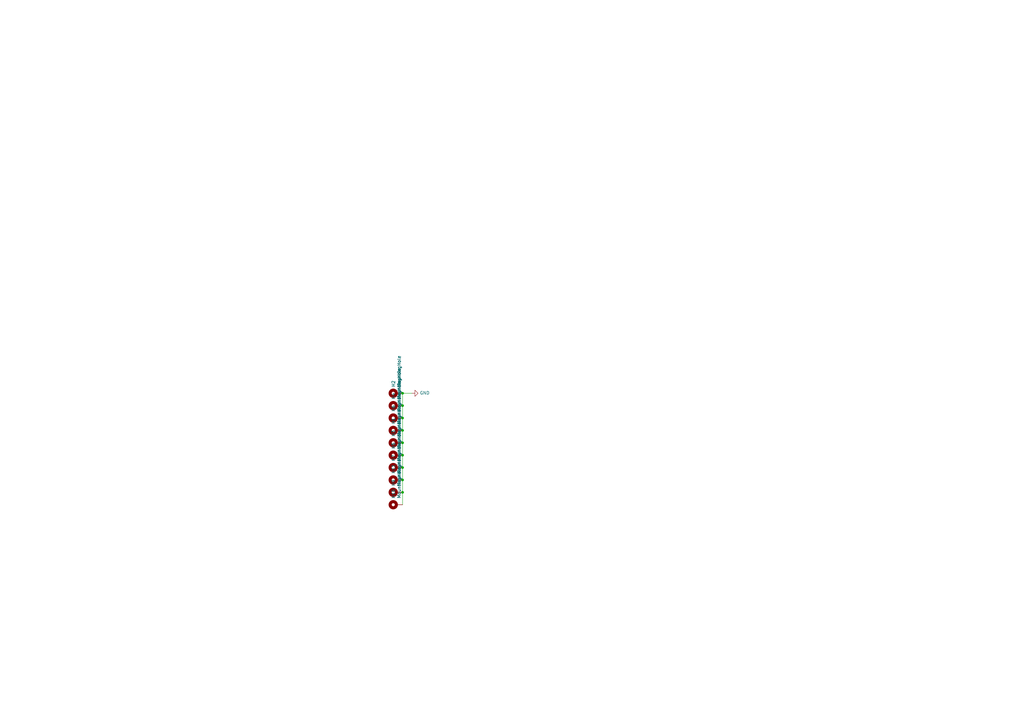
<source format=kicad_sch>
(kicad_sch (version 20211123) (generator eeschema)
  (paper "A3")
  (lib_symbols
    (symbol "Mechanical:MountingHole_Pad" (pin_numbers hide) (pin_names (offset 1.016) hide)
      (property "Reference" "H" (at 0 6.35 0))
      (property "Value" "MountingHole_Pad" (at 0 4.445 0))
      (symbol "MountingHole_Pad_0_1"
        (circle (center 0 1.27) (radius 1.27) (stroke (width 1.27)))
      )
      (symbol "MountingHole_Pad_1_1"
        (pin input line (at 0 -2.54 90) (length 2.54) (name "1") (number "1"))
      )
    )
    (symbol "power:GND" (power) (pin_names (offset 0))
      (property "Value" "GND" (at 0 -3.81 0))
      (symbol "GND_0_1"
        (polyline (pts (xy 0 0) (xy 0 -1.27) (xy 1.27 -1.27) (xy 0 -2.54) (xy -1.27 -1.27) (xy 0 -1.27)))
      )
      (symbol "GND_1_1"
        (pin power_in line (at 0 0 270) (length 0) hide (name "GND") (number "1"))
      )
    )
  )
  (junction (at 165.1 166.37))
  (junction (at 165.1 196.85))
  (junction (at 165.1 176.53))
  (junction (at 165.1 171.45))
  (junction (at 165.1 161.29))
  (junction (at 165.1 186.69))
  (junction (at 165.1 181.61))
  (junction (at 165.1 201.93))
  (junction (at 165.1 191.77))
  (wire (pts (xy 165.1 191.77) (xy 165.1 186.69)))
  (wire (pts (xy 165.1 161.29) (xy 168.91 161.29)))
  (wire (pts (xy 165.1 166.37) (xy 165.1 161.29)))
  (wire (pts (xy 165.1 186.69) (xy 165.1 181.61)))
  (wire (pts (xy 165.1 176.53) (xy 165.1 171.45)))
  (wire (pts (xy 165.1 171.45) (xy 165.1 166.37)))
  (wire (pts (xy 165.1 196.85) (xy 165.1 191.77)))
  (wire (pts (xy 165.1 201.93) (xy 165.1 196.85)))
  (wire (pts (xy 165.1 207.01) (xy 165.1 201.93)))
  (wire (pts (xy 165.1 181.61) (xy 165.1 176.53)))
  (symbol (lib_id "Mechanical:MountingHole_Pad") (at 162.56 176.53 90) (unit 1)
    (property "Reference" "H1" (at 161.3916 173.99 0) (effects (justify left)))
    (property "Value" "MountingHole" (at 163.703 173.99 0) (effects (justify left)))
    (property "Footprint" "Env_Extras:MountingHole_2.2mm_M2-MODIFIED" (effects hide))
  )
  (symbol (lib_id "Mechanical:MountingHole_Pad") (at 162.56 181.61 90) (unit 1)
    (property "Reference" "H3" (at 161.3916 179.07 0) (effects (justify left)))
    (property "Value" "MountingHole" (at 163.703 179.07 0) (effects (justify left)))
    (property "Footprint" "Env_Extras:MountingHole_2.2mm_M2-MODIFIED" (effects hide))
  )
  (symbol (lib_id "Mechanical:MountingHole_Pad") (at 162.56 186.69 90) (unit 1)
    (property "Reference" "H5" (at 161.3916 184.15 0) (effects (justify left)))
    (property "Value" "MountingHole" (at 163.703 184.15 0) (effects (justify left)))
    (property "Footprint" "Env_Extras:MountingHole_2.2mm_M2-MODIFIED" (effects hide))
  )
  (symbol (lib_id "Mechanical:MountingHole_Pad") (at 162.56 191.77 90) (unit 1)
    (property "Reference" "H7" (at 161.3916 189.23 0) (effects (justify left)))
    (property "Value" "MountingHole" (at 163.703 189.23 0) (effects (justify left)))
    (property "Footprint" "Env_Extras:MountingHole_2.2mm_M2-MODIFIED" (effects hide))
  )
  (symbol (lib_id "Mechanical:MountingHole_Pad") (at 162.56 201.93 90) (unit 1)
    (property "Reference" "H9" (at 161.3916 199.39 0) (effects (justify left)))
    (property "Value" "MountingHole" (at 163.703 199.39 0) (effects (justify left)))
    (property "Footprint" "Env_Extras:MountingHole_2.2mm_M2-MODIFIED" (effects hide))
  )
  (symbol (lib_id "Mechanical:MountingHole_Pad") (at 162.56 207.01 90) (unit 1)
    (property "Reference" "H10" (at 161.3916 204.47 0) (effects (justify left)))
    (property "Value" "MountingHole" (at 163.703 204.47 0) (effects (justify left)))
    (property "Footprint" "Env_Extras:MountingHole_2.2mm_M2-MODIFIED" (effects hide))
  )
  (symbol (lib_id "Mechanical:MountingHole_Pad") (at 162.56 161.29 90) (unit 1)
    (property "Reference" "H2" (at 161.3916 158.75 0) (effects (justify left)))
    (property "Value" "MountingHole" (at 163.703 158.75 0) (effects (justify left)))
    (property "Footprint" "Env_Extras:MountingHole_2.2mm_M2-MODIFIED" (effects hide))
  )
  (symbol (lib_id "Mechanical:MountingHole_Pad") (at 162.56 166.37 90) (unit 1)
    (property "Reference" "H4" (at 161.3916 163.83 0) (effects (justify left)))
    (property "Value" "MountingHole" (at 163.703 163.83 0) (effects (justify left)))
    (property "Footprint" "Env_Extras:MountingHole_2.2mm_M2-MODIFIED" (effects hide))
  )
  (symbol (lib_id "Mechanical:MountingHole_Pad") (at 162.56 171.45 90) (unit 1)
    (property "Reference" "H6" (at 161.3916 168.91 0) (effects (justify left)))
    (property "Value" "MountingHole" (at 163.703 168.91 0) (effects (justify left)))
    (property "Footprint" "Env_Extras:MountingHole_2.2mm_M2-MODIFIED" (effects hide))
  )
  (symbol (lib_id "Mechanical:MountingHole_Pad") (at 162.56 196.85 90) (unit 1)
    (property "Reference" "H11" (at 161.3916 194.31 0) (effects (justify left)))
    (property "Value" "MountingHole" (at 163.703 194.31 0) (effects (justify left)))
    (property "Footprint" "Env_Extras:MountingHole_2.2mm_M2-MODIFIED" (effects hide))
  )
  (symbol (lib_id "power:GND") (at 168.91 161.29 90) (unit 1)
    (property "Reference" "#PWR0101" (effects hide))
    (property "Value" "GND" (at 172.1612 161.163 90) (effects (justify right)))
  )
)
</source>
